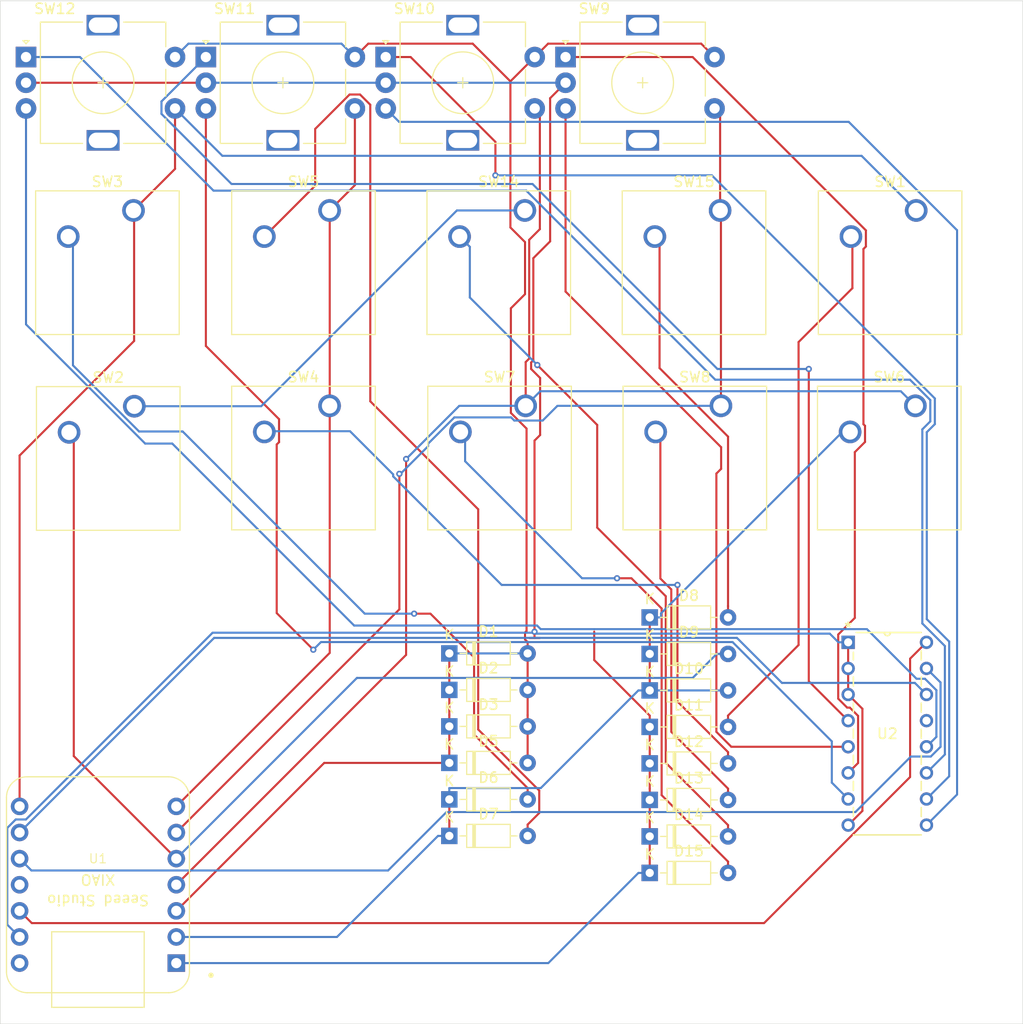
<source format=kicad_pcb>
(kicad_pcb (version 20240108) (generator "pcbnew") (generator_version "8.0")
  (layers (0 "F.Cu" signal) (31 "B.Cu" signal) (34 "B.Paste" user) (35 "F.Paste" user) (36 "B.SilkS" user "B.Silkscreen") (37 "F.SilkS" user "F.Silkscreen") (38 "B.Mask" user) (39 "F.Mask" user) (44 "Edge.Cuts" user))
  (net 0 "")
  (net 1 "Row3")
  (net 2 "row2")
  (net 3 "Net-(D6-A)")
  (net 4 "Net-(D7-A)")
  (net 6 "Net-(D8-A)")
  (net 7 "Row1")
  (net 8 "Net-(D11-A)")
  (net 9 "Net-(D12-A)")
  (net 10 "Net-(D13-A)")
  (net 11 "Net-(D14-A)")
  (net 12 "Net-(D15-A)")
  (net 13 "col5")
  (net 14 "col2")
  (net 15 "Col4")
  (net 16 "Col1")
  (net 17 "Col3")
  (net 18 "A2")
  (net 19 "B2")
  (net 20 "A4")
  (net 21 "GND")
  (net 22 "B4")
  (net 23 "B1")
  (net 24 "B")
  (net 25 "A")
  (net 26 "Net-(U1-3V3)")
  (net 27 "A1")
  (net 28 "Woaoaoaoao")
  (net 29 "Woahh")
  (net 31 "Net-(SW14-Pad1)")
  (footprint "Diode_THT:D_DO-35_SOD27_P7.62mm_Horizontal" (layer "F.Cu") (at 146.19 148.25)
    (property "Reference" "D13" (at 3.81 -2.12 0) (layer "F.SilkS"))
    (property "Value" "D")
    (fp_text user "K" (at 0 -1.8 0) (layer "F.SilkS"))
    (pad "1" thru_hole rect (at 0 0) (size 1.6 1.6) (drill 0.8) (layers "*.Cu" "*.Mask") (net 7 "Row1"))
    (pad "2" thru_hole oval (at 7.62 0) (size 1.6 1.6) (drill 0.8) (layers "*.Cu" "*.Mask") (net 10 "Net-(D13-A)"))
  )
  (footprint "Diode_THT:D_DO-35_SOD27_P7.62mm_Horizontal" (layer "F.Cu") (at 126.69 148.2)
    (property "Reference" "D6" (at 3.81 -2.12 0) (layer "F.SilkS"))
    (property "Value" "D")
    (fp_text user "K" (at 0 -1.8 0) (layer "F.SilkS"))
    (pad "1" thru_hole rect (at 0 0) (size 1.6 1.6) (drill 0.8) (layers "*.Cu" "*.Mask") (net 2 "row2"))
    (pad "2" thru_hole oval (at 7.62 0) (size 1.6 1.6) (drill 0.8) (layers "*.Cu" "*.Mask") (net 3 "Net-(D6-A)"))
  )
  (footprint "Diode_THT:D_DO-35_SOD27_P7.62mm_Horizontal" (layer "F.Cu") (at 146.19 151.8)
    (property "Reference" "D14" (at 3.81 -2.12 0) (layer "F.SilkS"))
    (property "Value" "D")
    (fp_text user "K" (at 0 -1.8 0) (layer "F.SilkS"))
    (pad "1" thru_hole rect (at 0 0) (size 1.6 1.6) (drill 0.8) (layers "*.Cu" "*.Mask") (net 7 "Row1"))
    (pad "2" thru_hole oval (at 7.62 0) (size 1.6 1.6) (drill 0.8) (layers "*.Cu" "*.Mask") (net 11 "Net-(D14-A)"))
  )
  (footprint "Button_Switch_Keyboard:SW_Cherry_MX_1.00u_PCB" (layer "F.Cu") (at 96.04 109.96)
    (property "Reference" "SW2" (at -2.54 -2.794 0) (layer "F.SilkS"))
    (property "Value" "SW_Push")
    (pad "" np_thru_hole circle (at -7.62 5.08) (size 1.7 1.7) (drill 1.7) (layers "*.Cu" "*.Mask"))
    (pad "" np_thru_hole circle (at -2.54 5.08) (size 4 4) (drill 4) (layers "*.Cu" "*.Mask"))
    (pad "" np_thru_hole circle (at 2.54 5.08) (size 1.7 1.7) (drill 1.7) (layers "*.Cu" "*.Mask"))
    (pad "1" thru_hole circle (at 0 0) (size 2.2 2.2) (drill 1.5) (layers "*.Cu" "*.Mask") (net 31 "Net-(SW14-Pad1)"))
    (pad "2" thru_hole circle (at -6.35 2.54) (size 2.2 2.2) (drill 1.5) (layers "*.Cu" "*.Mask") (net 14 "col2"))
  )
  (footprint "Diode_THT:D_DO-35_SOD27_P7.62mm_Horizontal" (layer "F.Cu") (at 126.69 137.55)
    (property "Reference" "D2" (at 3.81 -2.12 0) (layer "F.SilkS"))
    (property "Value" "D")
    (fp_text user "K" (at 0 -1.8 0) (layer "F.SilkS"))
    (pad "1" thru_hole rect (at 0 0) (size 1.6 1.6) (drill 0.8) (layers "*.Cu" "*.Mask") (net 1 "Row3"))
    (pad "2" thru_hole oval (at 7.62 0) (size 1.6 1.6) (drill 0.8) (layers "*.Cu" "*.Mask") (net 1 "Row3"))
  )
  (footprint "OPL_Kicad_Library-master:XIAO-Generic-Thruhole-14P-2.54-21X17.8MM" (layer "F.Cu") (at 92.5 156.5 180)
    (property "Reference" "U1" (at 0 2.54 0) (layer "F.SilkS") (effects (font (size 0.889 0.889) (thickness 0.1016))))
    (property "Value" "Seeed Studio XIAO SAMD21" (hide yes))
    (fp_text user "Seeed Studio" (at 0 -1.5 180) (layer "F.SilkS"))
    (fp_text user "XIAO" (at 0 0.5 180) (layer "F.SilkS"))
    (pad "1" thru_hole rect (at -7.625 -7.62 180) (size 1.7 1.7) (drill 1) (layers "*.Cu" "*.Mask") (net 7 "Row1"))
    (pad "2" thru_hole circle (at -7.625 -5.08 180) (size 1.7 1.7) (drill 1) (layers "*.Cu" "*.Mask") (net 2 "row2"))
    (pad "3" thru_hole circle (at -7.625 -2.54 180) (size 1.7 1.7) (drill 1) (layers "*.Cu" "*.Mask") (net 1 "Row3"))
    (pad "4" thru_hole circle (at -7.625 0 180) (size 1.7 1.7) (drill 1) (layers "*.Cu" "*.Mask") (net 16 "Col1"))
    (pad "5" thru_hole circle (at -7.625 2.54 180) (size 1.7 1.7) (drill 1) (layers "*.Cu" "*.Mask") (net 14 "col2"))
    (pad "6" thru_hole circle (at -7.625 5.08) (size 1.7 1.7) (drill 1) (layers "*.Cu" "*.Mask") (net 17 "Col3"))
    (pad "7" thru_hole circle (at -7.625 7.62 180) (size 1.7 1.7) (drill 1) (layers "*.Cu" "*.Mask") (net 15 "Col4"))
    (pad "8" thru_hole circle (at 7.625 7.62 180) (size 1.7 1.7) (drill 1) (layers "*.Cu" "*.Mask") (net 13 "col5"))
    (pad "9" thru_hole circle (at 7.625 5.08 180) (size 1.7 1.7) (drill 1) (layers "*.Cu" "*.Mask") (net 29 "Woahh"))
    (pad "10" thru_hole circle (at 7.625 2.54 180) (size 1.7 1.7) (drill 1) (layers "*.Cu" "*.Mask") (net 28 "Woaoaoaoao"))
    (pad "11" thru_hole circle (at 7.625 0 180) (size 1.7 1.7) (drill 1) (layers "*.Cu" "*.Mask"))
    (pad "12" thru_hole circle (at 7.625 -2.54 180) (size 1.7 1.7) (drill 1) (layers "*.Cu" "*.Mask") (net 26 "Net-(U1-3V3)"))
    (pad "13" thru_hole circle (at 7.625 -5.08 180) (size 1.7 1.7) (drill 1) (layers "*.Cu" "*.Mask") (net 21 "GND"))
    (pad "14" thru_hole circle (at 7.625 -7.62 180) (size 1.7 1.7) (drill 1) (layers "*.Cu" "*.Mask"))
  )
  (footprint "Button_Switch_Keyboard:SW_Cherry_MX_1.00u_PCB" (layer "F.Cu") (at 172.12 90.92)
    (property "Reference" "SW1" (at -2.54 -2.794 0) (layer "F.SilkS"))
    (property "Value" "SW_Push")
    (pad "" np_thru_hole circle (at -7.62 5.08) (size 1.7 1.7) (drill 1.7) (layers "*.Cu" "*.Mask"))
    (pad "" np_thru_hole circle (at -2.54 5.08) (size 4 4) (drill 4) (layers "*.Cu" "*.Mask"))
    (pad "" np_thru_hole circle (at 2.54 5.08) (size 1.7 1.7) (drill 1.7) (layers "*.Cu" "*.Mask"))
    (pad "1" thru_hole circle (at 0 0) (size 2.2 2.2) (drill 1.5) (layers "*.Cu" "*.Mask") (net 13 "col5"))
    (pad "2" thru_hole circle (at -6.35 2.54) (size 2.2 2.2) (drill 1.5) (layers "*.Cu" "*.Mask") (net 8 "Net-(D11-A)"))
  )
  (footprint "Diode_THT:D_DO-35_SOD27_P7.62mm_Horizontal" (layer "F.Cu") (at 146.19 141.15)
    (property "Reference" "D11" (at 3.81 -2.12 0) (layer "F.SilkS"))
    (property "Value" "D")
    (fp_text user "K" (at 0 -1.8 0) (layer "F.SilkS"))
    (pad "1" thru_hole rect (at 0 0) (size 1.6 1.6) (drill 0.8) (layers "*.Cu" "*.Mask") (net 7 "Row1"))
    (pad "2" thru_hole oval (at 7.62 0) (size 1.6 1.6) (drill 0.8) (layers "*.Cu" "*.Mask") (net 8 "Net-(D11-A)"))
  )
  (footprint "Button_Switch_Keyboard:SW_Cherry_MX_1.00u_PCB" (layer "F.Cu") (at 115.04 90.92)
    (property "Reference" "SW5" (at -2.54 -2.794 0) (layer "F.SilkS"))
    (property "Value" "SW_Push")
    (pad "" np_thru_hole circle (at -7.62 5.08) (size 1.7 1.7) (drill 1.7) (layers "*.Cu" "*.Mask"))
    (pad "" np_thru_hole circle (at -2.54 5.08) (size 4 4) (drill 4) (layers "*.Cu" "*.Mask"))
    (pad "" np_thru_hole circle (at 2.54 5.08) (size 1.7 1.7) (drill 1.7) (layers "*.Cu" "*.Mask"))
    (pad "1" thru_hole circle (at 0 0) (size 2.2 2.2) (drill 1.5) (layers "*.Cu" "*.Mask") (net 15 "Col4"))
    (pad "2" thru_hole circle (at -6.35 2.54) (size 2.2 2.2) (drill 1.5) (layers "*.Cu" "*.Mask") (net 4 "Net-(D7-A)"))
  )
  (footprint "Diode_THT:D_DO-35_SOD27_P7.62mm_Horizontal" (layer "F.Cu") (at 146.19 134.05)
    (property "Reference" "D9" (at 3.81 -2.12 0) (layer "F.SilkS"))
    (property "Value" "D")
    (fp_text user "K" (at 0 -1.8 0) (layer "F.SilkS"))
    (pad "1" thru_hole rect (at 0 0) (size 1.6 1.6) (drill 0.8) (layers "*.Cu" "*.Mask") (net 2 "row2"))
    (pad "2" thru_hole oval (at 7.62 0) (size 1.6 1.6) (drill 0.8) (layers "*.Cu" "*.Mask") (net 14 "col2"))
  )
  (footprint "Diode_THT:D_DO-35_SOD27_P7.62mm_Horizontal" (layer "F.Cu") (at 146.19 155.35)
    (property "Reference" "D15" (at 3.81 -2.12 0) (layer "F.SilkS"))
    (property "Value" "D")
    (fp_text user "K" (at 0 -1.8 0) (layer "F.SilkS"))
    (pad "1" thru_hole rect (at 0 0) (size 1.6 1.6) (drill 0.8) (layers "*.Cu" "*.Mask") (net 7 "Row1"))
    (pad "2" thru_hole oval (at 7.62 0) (size 1.6 1.6) (drill 0.8) (layers "*.Cu" "*.Mask") (net 12 "Net-(D15-A)"))
  )
  (footprint "Diode_THT:D_DO-35_SOD27_P7.62mm_Horizontal" (layer "F.Cu") (at 146.19 144.7)
    (property "Reference" "D12" (at 3.81 -2.12 0) (layer "F.SilkS"))
    (property "Value" "D")
    (fp_text user "K" (at 0 -1.8 0) (layer "F.SilkS"))
    (pad "1" thru_hole rect (at 0 0) (size 1.6 1.6) (drill 0.8) (layers "*.Cu" "*.Mask") (net 7 "Row1"))
    (pad "2" thru_hole oval (at 7.62 0) (size 1.6 1.6) (drill 0.8) (layers "*.Cu" "*.Mask") (net 9 "Net-(D12-A)"))
  )
  (footprint "Button_Switch_Keyboard:SW_Cherry_MX_1.00u_PCB" (layer "F.Cu") (at 153.04 90.92)
    (property "Reference" "SW15" (at -2.54 -2.794 0) (layer "F.SilkS"))
    (property "Value" "SW_Push")
    (pad "" np_thru_hole circle (at -7.62 5.08) (size 1.7 1.7) (drill 1.7) (layers "*.Cu" "*.Mask"))
    (pad "" np_thru_hole circle (at -2.54 5.08) (size 4 4) (drill 4) (layers "*.Cu" "*.Mask"))
    (pad "" np_thru_hole circle (at 2.54 5.08) (size 1.7 1.7) (drill 1.7) (layers "*.Cu" "*.Mask"))
    (pad "1" thru_hole circle (at 0 0) (size 2.2 2.2) (drill 1.5) (layers "*.Cu" "*.Mask") (net 17 "Col3"))
    (pad "2" thru_hole circle (at -6.35 2.54) (size 2.2 2.2) (drill 1.5) (layers "*.Cu" "*.Mask") (net 6 "Net-(D8-A)"))
  )
  (footprint "Button_Switch_Keyboard:SW_Cherry_MX_1.00u_PCB" (layer "F.Cu") (at 95.96 90.92)
    (property "Reference" "SW3" (at -2.54 -2.794 0) (layer "F.SilkS"))
    (property "Value" "SW_Push")
    (pad "" np_thru_hole circle (at -7.62 5.08) (size 1.7 1.7) (drill 1.7) (layers "*.Cu" "*.Mask"))
    (pad "" np_thru_hole circle (at -2.54 5.08) (size 4 4) (drill 4) (layers "*.Cu" "*.Mask"))
    (pad "" np_thru_hole circle (at 2.54 5.08) (size 1.7 1.7) (drill 1.7) (layers "*.Cu" "*.Mask"))
    (pad "1" thru_hole circle (at 0 0) (size 2.2 2.2) (drill 1.5) (layers "*.Cu" "*.Mask") (net 13 "col5"))
    (pad "2" thru_hole circle (at -6.35 2.54) (size 2.2 2.2) (drill 1.5) (layers "*.Cu" "*.Mask") (net 3 "Net-(D6-A)"))
  )
  (footprint "Diode_THT:D_DO-35_SOD27_P7.62mm_Horizontal" (layer "F.Cu") (at 126.69 134)
    (property "Reference" "D1" (at 3.81 -2.12 0) (layer "F.SilkS"))
    (property "Value" "D")
    (fp_text user "K" (at 0 -1.8 0) (layer "F.SilkS"))
    (pad "1" thru_hole rect (at 0 0) (size 1.6 1.6) (drill 0.8) (layers "*.Cu" "*.Mask") (net 1 "Row3"))
    (pad "2" thru_hole oval (at 7.62 0) (size 1.6 1.6) (drill 0.8) (layers "*.Cu" "*.Mask") (net 1 "Row3"))
  )
  (footprint "Diode_THT:D_DO-35_SOD27_P7.62mm_Horizontal" (layer "F.Cu") (at 126.69 141.1)
    (property "Reference" "D3" (at 3.81 -2.12 0) (layer "F.SilkS"))
    (property "Value" "D")
    (fp_text user "K" (at 0 -1.8 0) (layer "F.SilkS"))
    (pad "1" thru_hole rect (at 0 0) (size 1.6 1.6) (drill 0.8) (layers "*.Cu" "*.Mask") (net 1 "Row3"))
    (pad "2" thru_hole oval (at 7.62 0) (size 1.6 1.6) (drill 0.8) (layers "*.Cu" "*.Mask") (net 1 "Row3"))
  )
  (footprint "Button_Switch_Keyboard:SW_Cherry_MX_1.00u_PCB" (layer "F.Cu") (at 134.12 109.92)
    (property "Reference" "SW7" (at -2.54 -2.794 0) (layer "F.SilkS"))
    (property "Value" "SW_Push")
    (pad "" np_thru_hole circle (at -7.62 5.08) (size 1.7 1.7) (drill 1.7) (layers "*.Cu" "*.Mask"))
    (pad "" np_thru_hole circle (at -2.54 5.08) (size 4 4) (drill 4) (layers "*.Cu" "*.Mask"))
    (pad "" np_thru_hole circle (at 2.54 5.08) (size 1.7 1.7) (drill 1.7) (layers "*.Cu" "*.Mask"))
    (pad "1" thru_hole circle (at 0 0) (size 2.2 2.2) (drill 1.5) (layers "*.Cu" "*.Mask") (net 16 "Col1"))
    (pad "2" thru_hole circle (at -6.35 2.54) (size 2.2 2.2) (drill 1.5) (layers "*.Cu" "*.Mask") (net 12 "Net-(D15-A)"))
  )
  (footprint "Button_Switch_Keyboard:SW_Cherry_MX_1.00u_PCB" (layer "F.Cu") (at 134.04 90.92)
    (property "Reference" "SW14" (at -2.54 -2.794 0) (layer "F.SilkS"))
    (property "Value" "SW_Push")
    (pad "" np_thru_hole circle (at -7.62 5.08) (size 1.7 1.7) (drill 1.7) (layers "*.Cu" "*.Mask"))
    (pad "" np_thru_hole circle (at -2.54 5.08) (size 4 4) (drill 4) (layers "*.Cu" "*.Mask"))
    (pad "" np_thru_hole circle (at 2.54 5.08) (size 1.7 1.7) (drill 1.7) (layers "*.Cu" "*.Mask"))
    (pad "1" thru_hole circle (at 0 0) (size 2.2 2.2) (drill 1.5) (layers "*.Cu" "*.Mask") (net 31 "Net-(SW14-Pad1)"))
    (pad "2" thru_hole circle (at -6.35 2.54) (size 2.2 2.2) (drill 1.5) (layers "*.Cu" "*.Mask") (net 11 "Net-(D14-A)"))
  )
  (footprint "Button_Switch_Keyboard:SW_Cherry_MX_1.00u_PCB" (layer "F.Cu") (at 153.12 109.92)
    (property "Reference" "SW8" (at -2.54 -2.794 0) (layer "F.SilkS"))
    (property "Value" "SW_Push")
    (pad "" np_thru_hole circle (at -7.62 5.08) (size 1.7 1.7) (drill 1.7) (layers "*.Cu" "*.Mask"))
    (pad "" np_thru_hole circle (at -2.54 5.08) (size 4 4) (drill 4) (layers "*.Cu" "*.Mask"))
    (pad "" np_thru_hole circle (at 2.54 5.08) (size 1.7 1.7) (drill 1.7) (layers "*.Cu" "*.Mask"))
    (pad "1" thru_hole circle (at 0 0) (size 2.2 2.2) (drill 1.5) (layers "*.Cu" "*.Mask") (net 17 "Col3"))
    (pad "2" thru_hole circle (at -6.35 2.54) (size 2.2 2.2) (drill 1.5) (layers "*.Cu" "*.Mask") (net 10 "Net-(D13-A)"))
  )
  (footprint "Diode_THT:D_DO-35_SOD27_P7.62mm_Horizontal" (layer "F.Cu") (at 146.19 137.6)
    (property "Reference" "D10" (at 3.81 -2.12 0) (layer "F.SilkS"))
    (property "Value" "D")
    (fp_text user "K" (at 0 -1.8 0) (layer "F.SilkS"))
    (pad "1" thru_hole rect (at 0 0) (size 1.6 1.6) (drill 0.8) (layers "*.Cu" "*.Mask") (net 2 "row2"))
    (pad "2" thru_hole oval (at 7.62 0) (size 1.6 1.6) (drill 0.8) (layers "*.Cu" "*.Mask") (net 2 "row2"))
  )
  (footprint "Button_Switch_Keyboard:SW_Cherry_MX_1.00u_PCB" (layer "F.Cu") (at 115.04 109.92)
    (property "Reference" "SW4" (at -2.54 -2.794 0) (layer "F.SilkS"))
    (property "Value" "SW_Push")
    (pad "" np_thru_hole circle (at -7.62 5.08) (size 1.7 1.7) (drill 1.7) (layers "*.Cu" "*.Mask"))
    (pad "" np_thru_hole circle (at -2.54 5.08) (size 4 4) (drill 4) (layers "*.Cu" "*.Mask"))
    (pad "" np_thru_hole circle (at 2.54 5.08) (size 1.7 1.7) (drill 1.7) (layers "*.Cu" "*.Mask"))
    (pad "1" thru_hole circle (at 0 0) (size 2.2 2.2) (drill 1.5) (layers "*.Cu" "*.Mask") (net 15 "Col4"))
    (pad "2" thru_hole circle (at -6.35 2.54) (size 2.2 2.2) (drill 1.5) (layers "*.Cu" "*.Mask") (net 9 "Net-(D12-A)"))
  )
  (footprint "Diode_THT:D_DO-35_SOD27_P7.62mm_Horizontal" (layer "F.Cu") (at 126.69 144.65)
    (property "Reference" "D5" (at 3.81 -2.12 0) (layer "F.SilkS"))
    (property "Value" "D")
    (fp_text user "K" (at 0 -1.8 0) (layer "F.SilkS"))
    (pad "1" thru_hole rect (at 0 0) (size 1.6 1.6) (drill 0.8) (layers "*.Cu" "*.Mask") (net 1 "Row3"))
    (pad "2" thru_hole oval (at 7.62 0) (size 1.6 1.6) (drill 0.8) (layers "*.Cu" "*.Mask") (net 1 "Row3"))
  )
  (footprint "Diode_THT:D_DO-35_SOD27_P7.62mm_Horizontal" (layer "F.Cu") (at 146.19 130.5)
    (property "Reference" "D8" (at 3.81 -2.12 0) (layer "F.SilkS"))
    (property "Value" "D")
    (fp_text user "K" (at 0 -1.8 0) (layer "F.SilkS"))
    (pad "1" thru_hole rect (at 0 0) (size 1.6 1.6) (drill 0.8) (layers "*.Cu" "*.Mask") (net 2 "row2"))
    (pad "2" thru_hole oval (at 7.62 0) (size 1.6 1.6) (drill 0.8) (layers "*.Cu" "*.Mask") (net 6 "Net-(D8-A)"))
  )
  (footprint "Rotary_Encoder:RotaryEncoder_Alps_EC11E-Switch_Vertical_H20mm" (layer "F.Cu") (at 85.5 76)
    (property "Reference" "SW12" (at 2.8 -4.7 0) (layer "F.SilkS"))
    (property "Value" "RotaryEncoder_Switch")
    (pad "A" thru_hole rect (at 0 0) (size 2 2) (drill 1) (layers "*.Cu" "*.Mask") (net 25 "A"))
    (pad "B" thru_hole circle (at 0 5) (size 2 2) (drill 1) (layers "*.Cu" "*.Mask") (net 24 "B"))
    (pad "C" thru_hole circle (at 0 2.5) (size 2 2) (drill 1) (layers "*.Cu" "*.Mask") (net 21 "GND"))
    (pad "MP" thru_hole rect (at 7.5 -3.1) (size 3.2 2) (drill oval 2.8 1.5) (layers "*.Cu" "*.Mask"))
    (pad "MP" thru_hole rect (at 7.5 8.1) (size 3.2 2) (drill oval 2.8 1.5) (layers "*.Cu" "*.Mask"))
    (pad "S1" thru_hole circle (at 14.5 5) (size 2 2) (drill 1) (layers "*.Cu" "*.Mask") (net 13 "col5"))
    (pad "S2" thru_hole circle (at 14.5 0) (size 2 2) (drill 1) (layers "*.Cu" "*.Mask") (net 1 "Row3"))
  )
  (footprint "Button_Switch_Keyboard:SW_Cherry_MX_1.00u_PCB" (layer "F.Cu") (at 172.04 109.92)
    (property "Reference" "SW6" (at -2.54 -2.794 0) (layer "F.SilkS"))
    (property "Value" "SW_Push")
    (pad "" np_thru_hole circle (at -7.62 5.08) (size 1.7 1.7) (drill 1.7) (layers "*.Cu" "*.Mask"))
    (pad "" np_thru_hole circle (at -2.54 5.08) (size 4 4) (drill 4) (layers "*.Cu" "*.Mask"))
    (pad "" np_thru_hole circle (at 2.54 5.08) (size 1.7 1.7) (drill 1.7) (layers "*.Cu" "*.Mask"))
    (pad "1" thru_hole circle (at 0 0) (size 2.2 2.2) (drill 1.5) (layers "*.Cu" "*.Mask") (net 16 "Col1"))
    (pad "2" thru_hole circle (at -6.35 2.54) (size 2.2 2.2) (drill 1.5) (layers "*.Cu" "*.Mask") (net 2 "row2"))
  )
  (footprint "Rotary_Encoder:RotaryEncoder_Alps_EC11E-Switch_Vertical_H20mm" (layer "F.Cu") (at 138 76)
    (property "Reference" "SW9" (at 2.8 -4.7 0) (layer "F.SilkS"))
    (property "Value" "RotaryEncoder_Switch")
    (pad "A" thru_hole rect (at 0 0) (size 2 2) (drill 1) (layers "*.Cu" "*.Mask") (net 19 "B2"))
    (pad "B" thru_hole circle (at 0 5) (size 2 2) (drill 1) (layers "*.Cu" "*.Mask") (net 18 "A2"))
    (pad "C" thru_hole circle (at 0 2.5) (size 2 2) (drill 1) (layers "*.Cu" "*.Mask") (net 21 "GND"))
    (pad "MP" thru_hole rect (at 7.5 -3.1) (size 3.2 2) (drill oval 2.8 1.5) (layers "*.Cu" "*.Mask"))
    (pad "MP" thru_hole rect (at 7.5 8.1) (size 3.2 2) (drill oval 2.8 1.5) (layers "*.Cu" "*.Mask"))
    (pad "S1" thru_hole circle (at 14.5 5) (size 2 2) (drill 1) (layers "*.Cu" "*.Mask") (net 17 "Col3"))
    (pad "S2" thru_hole circle (at 14.5 0) (size 2 2) (drill 1) (layers "*.Cu" "*.Mask") (net 1 "Row3"))
  )
  (footprint "Rotary_Encoder:RotaryEncoder_Alps_EC11E-Switch_Vertical_H20mm" (layer "F.Cu") (at 103 76)
    (property "Reference" "SW11" (at 2.8 -4.7 0) (layer "F.SilkS"))
    (property "Value" "RotaryEncoder_Switch")
    (pad "A" thru_hole rect (at 0 0) (size 2 2) (drill 1) (layers "*.Cu" "*.Mask") (net 23 "B1"))
    (pad "B" thru_hole circle (at 0 5) (size 2 2) (drill 1) (layers "*.Cu" "*.Mask") (net 27 "A1"))
    (pad "C" thru_hole circle (at 0 2.5) (size 2 2) (drill 1) (layers "*.Cu" "*.Mask") (net 21 "GND"))
    (pad "MP" thru_hole rect (at 7.5 -3.1) (size 3.2 2) (drill oval 2.8 1.5) (layers "*.Cu" "*.Mask"))
    (pad "MP" thru_hole rect (at 7.5 8.1) (size 3.2 2) (drill oval 2.8 1.5) (layers "*.Cu" "*.Mask"))
    (pad "S1" thru_hole circle (at 14.5 5) (size 2 2) (drill 1) (layers "*.Cu" "*.Mask") (net 15 "Col4"))
    (pad "S2" thru_hole circle (at 14.5 0) (size 2 2) (drill 1) (layers "*.Cu" "*.Mask") (net 1 "Row3"))
  )
  (footprint "OPL_Kicad_Library-master:N16" (layer "F.Cu") (at 173.12 150.7)
    (property "Reference" "U2" (at -3.81 -8.89 0) (layer "F.SilkS"))
    (property "Value" "PCF8574AN")
    (fp_text user "*" (at -7.62 -19.1897 0) (layer "F.SilkS"))
    (fp_text user "*" (at -7.62 -19.1897 0) (layer "F.SilkS"))
    (pad "1" thru_hole rect (at -7.62 -17.78) (size 1.2954 1.2954) (drill 0.7874) (layers "*.Cu" "*.Mask") (net 21 "GND"))
    (pad "2" thru_hole circle (at -7.62 -15.24) (size 1.2954 1.2954) (drill 0.7874) (layers "*.Cu" "*.Mask") (net 21 "GND"))
    (pad "3" thru_hole circle (at -7.62 -12.7) (size 1.2954 1.2954) (drill 0.7874) (layers "*.Cu" "*.Mask") (net 21 "GND"))
    (pad "4" thru_hole circle (at -7.62 -10.16) (size 1.2954 1.2954) (drill 0.7874) (layers "*.Cu" "*.Mask") (net 23 "B1"))
    (pad "5" thru_hole circle (at -7.62 -7.62) (size 1.2954 1.2954) (drill 0.7874) (layers "*.Cu" "*.Mask") (net 18 "A2"))
    (pad "6" thru_hole circle (at -7.62 -5.08) (size 1.2954 1.2954) (drill 0.7874) (layers "*.Cu" "*.Mask") (net 19 "B2"))
    (pad "7" thru_hole circle (at -7.62 -2.54) (size 1.2954 1.2954) (drill 0.7874) (layers "*.Cu" "*.Mask") (net 27 "A1"))
    (pad "8" thru_hole circle (at -7.62 0) (size 1.2954 1.2954) (drill 0.7874) (layers "*.Cu" "*.Mask") (net 21 "GND"))
    (pad "9" thru_hole circle (at 0 0) (size 1.2954 1.2954) (drill 0.7874) (layers "*.Cu" "*.Mask") (net 20 "A4"))
    (pad "10" thru_hole circle (at 0 -2.54) (size 1.2954 1.2954) (drill 0.7874) (layers "*.Cu" "*.Mask") (net 22 "B4"))
    (pad "11" thru_hole circle (at 0 -5.08) (size 1.2954 1.2954) (drill 0.7874) (layers "*.Cu" "*.Mask") (net 25 "A"))
    (pad "12" thru_hole circle (at 0 -7.62) (size 1.2954 1.2954) (drill 0.7874) (layers "*.Cu" "*.Mask") (net 24 "B"))
    (pad "13" thru_hole circle (at 0 -10.16) (size 1.2954 1.2954) (drill 0.7874) (layers "*.Cu" "*.Mask"))
    (pad "14" thru_hole circle (at 0 -12.7) (size 1.2954 1.2954) (drill 0.7874) (layers "*.Cu" "*.Mask") (net 29 "Woahh"))
    (pad "15" thru_hole circle (at 0 -15.24) (size 1.2954 1.2954) (drill 0.7874) (layers "*.Cu" "*.Mask") (net 28 "Woaoaoaoao"))
    (pad "16" thru_hole circle (at 0 -17.78) (size 1.2954 1.2954) (drill 0.7874) (layers "*.Cu" "*.Mask") (net 26 "Net-(U1-3V3)"))
  )
  (footprint "Diode_THT:D_DO-35_SOD27_P7.62mm_Horizontal" (layer "F.Cu") (at 126.69 151.75)
    (property "Reference" "D7" (at 3.81 -2.12 0) (layer "F.SilkS"))
    (property "Value" "D")
    (fp_text user "K" (at 0 -1.8 0) (layer "F.SilkS"))
    (pad "1" thru_hole rect (at 0 0) (size 1.6 1.6) (drill 0.8) (layers "*.Cu" "*.Mask") (net 2 "row2"))
    (pad "2" thru_hole oval (at 7.62 0) (size 1.6 1.6) (drill 0.8) (layers "*.Cu" "*.Mask") (net 4 "Net-(D7-A)"))
  )
  (footprint "Rotary_Encoder:RotaryEncoder_Alps_EC11E-Switch_Vertical_H20mm" (layer "F.Cu") (at 120.5 76)
    (property "Reference" "SW10" (at 2.8 -4.7 0) (layer "F.SilkS"))
    (property "Value" "RotaryEncoder_Switch")
    (pad "A" thru_hole rect (at 0 0) (size 2 2) (drill 1) (layers "*.Cu" "*.Mask") (net 22 "B4"))
    (pad "B" thru_hole circle (at 0 5) (size 2 2) (drill 1) (layers "*.Cu" "*.Mask") (net 20 "A4"))
    (pad "C" thru_hole circle (at 0 2.5) (size 2 2) (drill 1) (layers "*.Cu" "*.Mask") (net 21 "GND"))
    (pad "MP" thru_hole rect (at 7.5 -3.1) (size 3.2 2) (drill oval 2.8 1.5) (layers "*.Cu" "*.Mask"))
    (pad "MP" thru_hole rect (at 7.5 8.1) (size 3.2 2) (drill oval 2.8 1.5) (layers "*.Cu" "*.Mask"))
    (pad "S1" thru_hole circle (at 14.5 5) (size 2 2) (drill 1) (layers "*.Cu" "*.Mask") (net 16 "Col1"))
    (pad "S2" thru_hole circle (at 14.5 0) (size 2 2) (drill 1) (layers "*.Cu" "*.Mask") (net 1 "Row3"))
  )
  (gr_rect (start 82.994 70.53253) (end 182.494 170.03253) (stroke (width 0.05)) (fill none) (layer "Edge.Cuts"))
  (segment (start 114.515 144.65) (end 100.125 159.04) (width 0.2) (layer "F.Cu") (net 1))
  (segment (start 134.0565 131.9651) (end 134.2057 131.8159) (width 0.2) (layer "F.Cu") (net 1))
  (segment (start 126.69 137.55) (end 126.69 139.9983) (width 0.2) (layer "F.Cu") (net 1))
  (segment (start 132.6336 78.3664) (end 135 76) (width 0.2) (layer "F.Cu") (net 1))
  (segment (start 128.9655 74.6983) (end 118.8017 74.6983) (width 0.2) (layer "F.Cu") (net 1))
  (segment (start 134.31 141.1) (end 134.31 144.65) (width 0.2) (layer "F.Cu") (net 1))
  (segment (start 134.31 140.5491) (end 134.31 141.1) (width 0.2) (layer "F.Cu") (net 1))
  (segment (start 126.69 141.1) (end 126.69 144.65) (width 0.2) (layer "F.Cu") (net 1))
  (segment (start 134.31 140.5491) (end 134.31 139.9983) (width 0.2) (layer "F.Cu") (net 1))
  (segment (start 134.31 132.8983) (end 134.0565 132.6448) (width 0.2) (layer "F.Cu") (net 1))
  (segment (start 126.69 134) (end 126.69 137.55) (width 0.2) (layer "F.Cu") (net 1))
  (segment (start 118.8017 74.6983) (end 117.5 76) (width 0.2) (layer "F.Cu") (net 1))
  (segment (start 152.5 76) (end 151.1983 74.6983) (width 0.2) (layer "F.Cu") (net 1))
  (segment (start 126.69 141.1) (end 126.69 139.9983) (width 0.2) (layer "F.Cu") (net 1))
  (segment (start 136.3017 74.6983) (end 135 76) (width 0.2) (layer "F.Cu") (net 1))
  (segment (start 132.6788 100.436) (end 134.0565 99.0583) (width 0.2) (layer "F.Cu") (net 1))
  (segment (start 126.69 144.65) (end 114.515 144.65) (width 0.2) (layer "F.Cu") (net 1))
  (segment (start 134.2057 112.135) (end 132.6788 110.6081) (width 0.2) (layer "F.Cu") (net 1))
  (segment (start 134.31 134) (end 134.31 132.8983) (width 0.2) (layer "F.Cu") (net 1))
  (segment (start 134.0565 93.996) (end 132.6336 92.5731) (width 0.2) (layer "F.Cu") (net 1))
  (segment (start 132.6336 78.3664) (end 128.9655 74.6983) (width 0.2) (layer "F.Cu") (net 1))
  (segment (start 134.31 137.55) (end 134.31 139.9983) (width 0.2) (layer "F.Cu") (net 1))
  (segment (start 134.2057 131.8159) (end 134.2057 112.135) (width 0.2) (layer "F.Cu") (net 1))
  (segment (start 132.6788 110.6081) (end 132.6788 100.436) (width 0.2) (layer "F.Cu") (net 1))
  (segment (start 151.1983 74.6983) (end 136.3017 74.6983) (width 0.2) (layer "F.Cu") (net 1))
  (segment (start 132.6336 92.5731) (end 132.6336 78.3664) (width 0.2) (layer "F.Cu") (net 1))
  (segment (start 134.0565 99.0583) (end 134.0565 93.996) (width 0.2) (layer "F.Cu") (net 1))
  (segment (start 134.31 137.55) (end 134.31 134) (width 0.2) (layer "F.Cu") (net 1))
  (segment (start 134.0565 132.6448) (end 134.0565 131.9651) (width 0.2) (layer "F.Cu") (net 1))
  (segment (start 117.5 76) (end 116.1983 74.6983) (width 0.2) (layer "B.Cu") (net 1))
  (segment (start 134.31 134) (end 126.69 134) (width 0.2) (layer "B.Cu") (net 1))
  (segment (start 101.3017 74.6983) (end 100 76) (width 0.2) (layer "B.Cu") (net 1))
  (segment (start 116.1983 74.6983) (end 101.3017 74.6983) (width 0.2) (layer "B.Cu") (net 1))
  (segment (start 126.69 148.2) (end 126.69 151.75) (width 0.2) (layer "F.Cu") (net 2))
  (segment (start 146.19 134.05) (end 146.19 137.6) (width 0.2) (layer "F.Cu") (net 2))
  (segment (start 146.19 130.5) (end 146.19 134.05) (width 0.2) (layer "F.Cu") (net 2))
  (segment (start 145.6392 137.6) (end 146.19 137.6) (width 0.2) (layer "B.Cu") (net 2))
  (segment (start 146.19 130.5) (end 147.2917 130.5) (width 0.2) (layer "B.Cu") (net 2))
  (segment (start 145.6392 137.6) (end 145.0883 137.6) (width 0.2) (layer "B.Cu") (net 2))
  (segment (start 135.59 147.0983) (end 145.0883 137.6) (width 0.2) (layer "B.Cu") (net 2))
  (segment (start 146.19 137.6) (end 153.81 137.6) (width 0.2) (layer "B.Cu") (net 2))
  (segment (start 147.2917 130.1044) (end 164.9361 112.46) (width 0.2) (layer "B.Cu") (net 2))
  (segment (start 115.7583 161.58) (end 100.125 161.58) (width 0.2) (layer "B.Cu") (net 2))
  (segment (start 125.5883 151.75) (end 115.7583 161.58) (width 0.2) (layer "B.Cu") (net 2))
  (segment (start 126.69 151.75) (end 125.5883 151.75) (width 0.2) (layer "B.Cu") (net 2))
  (segment (start 126.69 147.0983) (end 135.59 147.0983) (width 0.2) (layer "B.Cu") (net 2))
  (segment (start 147.2917 130.5) (end 147.2917 130.1044) (width 0.2) (layer "B.Cu") (net 2))
  (segment (start 126.69 148.2) (end 126.69 147.0983) (width 0.2) (layer "B.Cu") (net 2))
  (segment (start 164.9361 112.46) (end 165.69 112.46) (width 0.2) (layer "B.Cu") (net 2))
  (segment (start 134.31 147.0983) (end 129.0992 141.8875) (width 0.2) (layer "F.Cu") (net 3))
  (segment (start 134.31 148.2) (end 134.31 147.0983) (width 0.2) (layer "F.Cu") (net 3))
  (segment (start 129.0992 141.8875) (end 129.0992 134.3825) (width 0.2) (layer "F.Cu") (net 3))
  (segment (start 124.8507 130.134) (end 123.2669 130.134) (width 0.2) (layer "F.Cu") (net 3))
  (segment (start 129.0992 134.3825) (end 124.8507 130.134) (width 0.2) (layer "F.Cu") (net 3))
  (via (at 123.2669 130.134) (size 0.6) (drill 0.3) (layers "F.Cu" "B.Cu") (net 3))
  (segment (start 118.4583 130.134) (end 100.7416 112.4173) (width 0.2) (layer "B.Cu") (net 3))
  (segment (start 100.7416 112.4173) (end 96.5028 112.4173) (width 0.2) (layer "B.Cu") (net 3))
  (segment (start 90.0669 93.9169) (end 89.61 93.46) (width 0.2) (layer "B.Cu") (net 3))
  (segment (start 123.2669 130.134) (end 118.4583 130.134) (width 0.2) (layer "B.Cu") (net 3))
  (segment (start 96.5028 112.4173) (end 90.0669 105.9814) (width 0.2) (layer "B.Cu") (net 3))
  (segment (start 90.0669 105.9814) (end 90.0669 93.9169) (width 0.2) (layer "B.Cu") (net 3))
  (segment (start 135.4389 149.5194) (end 135.4389 147.337) (width 0.2) (layer "F.Cu") (net 4))
  (segment (start 119 109.4823) (end 119 80.6398) (width 0.2) (layer "F.Cu") (net 4))
  (segment (start 134.31 151.75) (end 134.31 150.6483) (width 0.2) (layer "F.Cu") (net 4))
  (segment (start 134.31 150.6483) (end 135.4389 149.5194) (width 0.2) (layer "F.Cu") (net 4))
  (segment (start 118.0051 79.6449) (end 116.9833 79.6449) (width 0.2) (layer "F.Cu") (net 4))
  (segment (start 113.6398 88.5102) (end 108.69 93.46) (width 0.2) (layer "F.Cu") (net 4))
  (segment (start 113.6398 82.9884) (end 113.6398 88.5102) (width 0.2) (layer "F.Cu") (net 4))
  (segment (start 129.5009 119.9832) (end 119 109.4823) (width 0.2) (layer "F.Cu") (net 4))
  (segment (start 135.4389 147.337) (end 129.5009 141.399) (width 0.2) (layer "F.Cu") (net 4))
  (segment (start 116.9833 79.6449) (end 113.6398 82.9884) (width 0.2) (layer "F.Cu") (net 4))
  (segment (start 119 80.6398) (end 118.0051 79.6449) (width 0.2) (layer "F.Cu") (net 4))
  (segment (start 129.5009 141.399) (end 129.5009 119.9832) (width 0.2) (layer "F.Cu") (net 4))
  (segment (start 153.81 130.5) (end 153.81 129.3983) (width 0.2) (layer "F.Cu") (net 6))
  (segment (start 147.1469 93.9169) (end 146.69 93.46) (width 0.2) (layer "F.Cu") (net 6))
  (segment (start 147.1469 106.2521) (end 147.1469 93.9169) (width 0.2) (layer "F.Cu") (net 6))
  (segment (start 153.81 112.9152) (end 147.1469 106.2521) (width 0.2) (layer "F.Cu") (net 6))
  (segment (start 153.81 129.3983) (end 153.81 112.9152) (width 0.2) (layer "F.Cu") (net 6))
  (segment (start 146.19 148.25) (end 146.19 151.8) (width 0.2) (layer "F.Cu") (net 7))
  (segment (start 140.79 133.113) (end 140.79 131.88) (width 0.2) (layer "F.Cu") (net 7))
  (segment (start 140.79 133.113) (end 140.79 134.6483) (width 0.2) (layer "F.Cu") (net 7))
  (segment (start 146.19 141.15) (end 146.19 140.0483) (width 0.2) (layer "F.Cu") (net 7))
  (segment (start 146.19 151.8) (end 146.19 155.35) (width 0.2) (layer "F.Cu") (net 7))
  (segment (start 146.19 144.7) (end 146.19 147.1483) (width 0.2) (layer "F.Cu") (net 7))
  (segment (start 140.79 134.6483) (end 146.19 140.0483) (width 0.2) (layer "F.Cu") (net 7))
  (segment (start 146.19 141.15) (end 146.19 144.7) (width 0.2) (layer "F.Cu") (net 7))
  (segment (start 146.19 148.25) (end 146.19 147.1483) (width 0.2) (layer "F.Cu") (net 7))
  (segment (start 145.0883 155.35) (end 136.3183 164.12) (width 0.2) (layer "B.Cu") (net 7))
  (segment (start 136.3183 164.12) (end 100.125 164.12) (width 0.2) (layer "B.Cu") (net 7))
  (segment (start 146.19 155.35) (end 145.0883 155.35) (width 0.2) (layer "B.Cu") (net 7))
  (segment (start 153.81 140.0483) (end 160.6727 133.1856) (width 0.2) (layer "F.Cu") (net 8))
  (segment (start 165.9112 98.4816) (end 165.9112 93.6012) (width 0.2) (layer "F.Cu") (net 8))
  (segment (start 160.6727 133.1856) (end 160.6727 103.7201) (width 0.2) (layer "F.Cu") (net 8))
  (segment (start 160.6727 103.7201) (end 165.9112 98.4816) (width 0.2) (layer "F.Cu") (net 8))
  (segment (start 153.81 141.15) (end 153.81 140.0483) (width 0.2) (layer "F.Cu") (net 8))
  (segment (start 165.9112 93.6012) (end 165.77 93.46) (width 0.2) (layer "F.Cu") (net 8))
  (segment (start 148.89 138.6783) (end 148.89 127.3405) (width 0.2) (layer "F.Cu") (net 9))
  (segment (start 153.81 144.7) (end 153.81 143.5983) (width 0.2) (layer "F.Cu") (net 9))
  (segment (start 153.81 143.5983) (end 148.89 138.6783) (width 0.2) (layer "F.Cu") (net 9))
  (via (at 148.89 127.3405) (size 0.6) (drill 0.3) (layers "F.Cu" "B.Cu") (net 9))
  (segment (start 108.7569 112.3931) (end 117.0312 112.3931) (width 0.2) (layer "B.Cu") (net 9))
  (segment (start 117.0312 112.3931) (end 121.2284 116.5903) (width 0.2) (layer "B.Cu") (net 9))
  (segment (start 108.69 112.46) (end 108.7569 112.3931) (width 0.2) (layer "B.Cu") (net 9))
  (segment (start 121.2284 116.784) (end 131.7849 127.3405) (width 0.2) (layer "B.Cu") (net 9))
  (segment (start 121.2284 116.5903) (end 121.2284 116.784) (width 0.2) (layer "B.Cu") (net 9))
  (segment (start 131.7849 127.3405) (end 148.89 127.3405) (width 0.2) (layer "B.Cu") (net 9))
  (segment (start 148.29 141.6283) (end 148.29 127.7788) (width 0.2) (layer "F.Cu") (net 10))
  (segment (start 153.81 147.1483) (end 148.29 141.6283) (width 0.2) (layer "F.Cu") (net 10))
  (segment (start 153.81 148.25) (end 153.81 147.1483) (width 0.2) (layer "F.Cu") (net 10))
  (segment (start 147.2269 126.7157) (end 147.2269 112.9169) (width 0.2) (layer "F.Cu") (net 10))
  (segment (start 148.29 127.7788) (end 147.2269 126.7157) (width 0.2) (layer "F.Cu") (net 10))
  (segment (start 147.2269 112.9169) (end 146.77 112.46) (width 0.2) (layer "F.Cu") (net 10))
  (segment (start 141.0801 121.7659) (end 141.0801 111.782) (width 0.2) (layer "F.Cu") (net 11))
  (segment (start 147.7498 128.4356) (end 141.0801 121.7659) (width 0.2) (layer "F.Cu") (net 11))
  (segment (start 141.0801 111.782) (end 135.2528 105.9547) (width 0.2) (layer "F.Cu") (net 11))
  (segment (start 153.81 151.8) (end 153.81 150.6983) (width 0.2) (layer "F.Cu") (net 11))
  (segment (start 153.81 150.6983) (end 147.7498 144.6381) (width 0.2) (layer "F.Cu") (net 11))
  (segment (start 147.7498 144.6381) (end 147.7498 128.4356) (width 0.2) (layer "F.Cu") (net 11))
  (via (at 135.2528 105.9547) (size 0.6) (drill 0.3) (layers "F.Cu" "B.Cu") (net 11))
  (segment (start 127.69 93.46) (end 128.685 94.455) (width 0.2) (layer "B.Cu") (net 11))
  (segment (start 128.685 99.3869) (end 135.2528 105.9547) (width 0.2) (layer "B.Cu") (net 11))
  (segment (start 128.685 94.455) (end 128.685 99.3869) (width 0.2) (layer "B.Cu") (net 11))
  (segment (start 153.81 154.2483) (end 147.3481 147.7864) (width 0.2) (layer "F.Cu") (net 12))
  (segment (start 147.3481 129.6314) (end 144.4104 126.6937) (width 0.2) (layer "F.Cu") (net 12))
  (segment (start 147.3481 147.7864) (end 147.3481 129.6314) (width 0.2) (layer "F.Cu") (net 12))
  (segment (start 153.81 155.35) (end 153.81 154.2483) (width 0.2) (layer "F.Cu") (net 12))
  (segment (start 144.4104 126.6937) (end 143.0082 126.6937) (width 0.2) (layer "F.Cu") (net 12))
  (via (at 143.0082 126.6937) (size 0.6) (drill 0.3) (layers "F.Cu" "B.Cu") (net 12))
  (segment (start 143.0082 126.6937) (end 139.6115 126.6937) (width 0.2) (layer "B.Cu") (net 12))
  (segment (start 139.6115 126.6937) (end 128.2269 115.3091) (width 0.2) (layer "B.Cu") (net 12))
  (segment (start 128.2269 112.9169) (end 127.77 112.46) (width 0.2) (layer "B.Cu") (net 12))
  (segment (start 128.2269 115.3091) (end 128.2269 112.9169) (width 0.2) (layer "B.Cu") (net 12))
  (segment (start 96.0187 103.6117) (end 84.875 114.7554) (width 0.2) (layer "F.Cu") (net 13))
  (segment (start 84.875 114.7554) (end 84.875 148.88) (width 0.2) (layer "F.Cu") (net 13))
  (segment (start 96.0187 90.9787) (end 96.0187 103.6117) (width 0.2) (layer "F.Cu") (net 13))
  (segment (start 100 81) (end 100 86.88) (width 0.2) (layer "F.Cu") (net 13))
  (segment (start 95.96 90.92) (end 96.0187 90.9787) (width 0.2) (layer "F.Cu") (net 13))
  (segment (start 100 86.88) (end 95.96 90.92) (width 0.2) (layer "F.Cu") (net 13))
  (segment (start 100 81) (end 104.6053 85.6053) (width 0.2) (layer "B.Cu") (net 13))
  (segment (start 104.6053 85.6053) (end 166.8053 85.6053) (width 0.2) (layer "B.Cu") (net 13))
  (segment (start 166.8053 85.6053) (end 172.12 90.92) (width 0.2) (layer "B.Cu") (net 13))
  (segment (start 90.1469 112.9569) (end 89.69 112.5) (width 0.2) (layer "F.Cu") (net 14))
  (segment (start 100.125 153.96) (end 90.1469 143.9819) (width 0.2) (layer "F.Cu") (net 14))
  (segment (start 90.1469 143.9819) (end 90.1469 112.9569) (width 0.2) (layer "F.Cu") (net 14))
  (segment (start 150.3728 136.3855) (end 152.7083 134.05) (width 0.2) (layer "B.Cu") (net 14))
  (segment (start 153.81 134.05) (end 152.7083 134.05) (width 0.2) (layer "B.Cu") (net 14))
  (segment (start 117.6995 136.3855) (end 150.3728 136.3855) (width 0.2) (layer "B.Cu") (net 14))
  (segment (start 100.125 153.96) (end 117.6995 136.3855) (width 0.2) (layer "B.Cu") (net 14))
  (segment (start 115.0518 109.92) (end 115.0518 133.9532) (width 0.2) (layer "F.Cu") (net 15))
  (segment (start 115.0518 90.9318) (end 115.04 90.92) (width 0.2) (layer "F.Cu") (net 15))
  (segment (start 115.0518 133.9532) (end 100.125 148.88) (width 0.2) (layer "F.Cu") (net 15))
  (segment (start 115.0518 109.92) (end 115.0518 90.9318) (width 0.2) (layer "F.Cu") (net 15))
  (segment (start 117.5 88.46) (end 115.04 90.92) (width 0.2) (layer "F.Cu") (net 15))
  (segment (start 115.04 109.92) (end 115.0518 109.92) (width 0.2) (layer "F.Cu") (net 15))
  (segment (start 117.5 81) (end 117.5 88.46) (width 0.2) (layer "F.Cu") (net 15))
  (segment (start 134.12 105.6687) (end 134.12 109.92) (width 0.2) (layer "F.Cu") (net 16))
  (segment (start 122.4862 134.1388) (end 122.4862 115.094) (width 0.2) (layer "F.Cu") (net 16))
  (segment (start 100.125 156.5) (end 122.4862 134.1388) (width 0.2) (layer "F.Cu") (net 16))
  (segment (start 134.4629 105.3258) (end 134.12 105.6687) (width 0.2) (layer "F.Cu") (net 16))
  (segment (start 135.4991 81.4991) (end 135.4991 92.7385) (width 0.2) (layer "F.Cu") (net 16))
  (segment (start 134.4629 93.7747) (end 134.4629 105.3258) (width 0.2) (layer "F.Cu") (net 16))
  (segment (start 135.4991 92.7385) (end 134.4629 93.7747) (width 0.2) (layer "F.Cu") (net 16))
  (segment (start 135 81) (end 135.4991 81.4991) (width 0.2) (layer "F.Cu") (net 16))
  (via (at 122.4862 115.094) (size 0.6) (drill 0.3) (layers "F.Cu" "B.Cu") (net 16))
  (segment (start 135.537 108.503) (end 170.623 108.503) (width 0.2) (layer "B.Cu") (net 16))
  (segment (start 122.4862 115.094) (end 127.6602 109.92) (width 0.2) (layer "B.Cu") (net 16))
  (segment (start 134.12 109.92) (end 135.537 108.503) (width 0.2) (layer "B.Cu") (net 16))
  (segment (start 127.6602 109.92) (end 134.12 109.92) (width 0.2) (layer "B.Cu") (net 16))
  (segment (start 170.623 108.503) (end 172.04 109.92) (width 0.2) (layer "B.Cu") (net 16))
  (segment (start 152.5 81) (end 153.04 81.54) (width 0.2) (layer "F.Cu") (net 17))
  (segment (start 121.8301 116.5349) (end 121.8301 129.7149) (width 0.2) (layer "F.Cu") (net 17))
  (segment (start 153.12 91) (end 153.12 109.92) (width 0.2) (layer "F.Cu") (net 17))
  (segment (start 153.04 90.92) (end 153.12 91) (width 0.2) (layer "F.Cu") (net 17))
  (segment (start 153.04 81.54) (end 153.04 90.92) (width 0.2) (layer "F.Cu") (net 17))
  (segment (start 121.8301 129.7149) (end 100.125 151.42) (width 0.2) (layer "F.Cu") (net 17))
  (via (at 121.8301 116.5349) (size 0.6) (drill 0.3) (layers "F.Cu" "B.Cu") (net 17))
  (segment (start 121.9384 116.5349) (end 124.6258 113.8475) (width 0.2) (layer "B.Cu") (net 17))
  (segment (start 137.2075 109.92) (end 153.12 109.92) (width 0.2) (layer "B.Cu") (net 17))
  (segment (start 127.1817 111.0478) (end 132.7078 111.0478) (width 0.2) (layer "B.Cu") (net 17))
  (segment (start 135.7744 111.3531) (end 137.2075 109.92) (width 0.2) (layer "B.Cu") (net 17))
  (segment (start 133.0131 111.3531) (end 135.7744 111.3531) (width 0.2) (layer "B.Cu") (net 17))
  (segment (start 124.6258 113.8475) (end 124.6258 113.6037) (width 0.2) (layer "B.Cu") (net 17))
  (segment (start 132.7078 111.0478) (end 133.0131 111.3531) (width 0.2) (layer "B.Cu") (net 17))
  (segment (start 124.6258 113.6037) (end 127.1817 111.0478) (width 0.2) (layer "B.Cu") (net 17))
  (segment (start 121.8301 116.5349) (end 121.9384 116.5349) (width 0.2) (layer "B.Cu") (net 17))
  (segment (start 153.1386 113.9458) (end 153.1386 116.0501) (width 0.2) (layer "F.Cu") (net 18))
  (segment (start 152.6774 141.6283) (end 154.1291 143.08) (width 0.2) (layer "F.Cu") (net 18))
  (segment (start 153.1386 116.0501) (end 152.6774 116.5113) (width 0.2) (layer "F.Cu") (net 18))
  (segment (start 138 98.8072) (end 153.1386 113.9458) (width 0.2) (layer "F.Cu") (net 18))
  (segment (start 152.6774 116.5113) (end 152.6774 141.6283) (width 0.2) (layer "F.Cu") (net 18))
  (segment (start 154.1291 143.08) (end 165.5 143.08) (width 0.2) (layer "F.Cu") (net 18))
  (segment (start 138 81) (end 138 98.8072) (width 0.2) (layer "F.Cu") (net 18))
  (segment (start 165.6571 139.27) (end 166.4649 140.0778) (width 0.2) (layer "F.Cu") (net 19))
  (segment (start 166.1469 114.4277) (end 166.1469 130.551) (width 0.2) (layer "F.Cu") (net 19))
  (segment (start 166.4649 140.0778) (end 166.4649 142.6305) (width 0.2) (layer "F.Cu") (net 19))
  (segment (start 166.4649 142.6305) (end 166.4664 142.632) (width 0.2) (layer "F.Cu") (net 19))
  (segment (start 167.1387 111.8606) (end 167.1387 113.4359) (width 0.2) (layer "F.Cu") (net 19))
  (segment (start 167.1387 113.4359) (end 166.1469 114.4277) (width 0.2) (layer "F.Cu") (net 19))
  (segment (start 165.3988 139.27) (end 165.6571 139.27) (width 0.2) (layer "F.Cu") (net 19))
  (segment (start 166.9863 94.6683) (end 166.9863 111.7082) (width 0.2) (layer "F.Cu") (net 19))
  (segment (start 167.2243 92.8545) (end 167.2243 94.4303) (width 0.2) (layer "F.Cu") (net 19))
  (segment (start 150.3698 76) (end 167.2243 92.8545) (width 0.2) (layer "F.Cu") (net 19))
  (segment (start 164.5327 138.4039) (end 165.3988 139.27) (width 0.2) (layer "F.Cu") (net 19))
  (segment (start 166.4664 144.6536) (end 165.5 145.62) (width 0.2) (layer "F.Cu") (net 19))
  (segment (start 164.5327 132.1652) (end 164.5327 138.4039) (width 0.2) (layer "F.Cu") (net 19))
  (segment (start 166.1469 130.551) (end 164.5327 132.1652) (width 0.2) (layer "F.Cu") (net 19))
  (segment (start 167.2243 94.4303) (end 166.9863 94.6683) (width 0.2) (layer "F.Cu") (net 19))
  (segment (start 166.9863 111.7082) (end 167.1387 111.8606) (width 0.2) (layer "F.Cu") (net 19))
  (segment (start 138 76) (end 150.3698 76) (width 0.2) (layer "F.Cu") (net 19))
  (segment (start 166.4664 142.632) (end 166.4664 144.6536) (width 0.2) (layer "F.Cu") (net 19))
  (segment (start 176.0974 147.7226) (end 176.0974 92.8458) (width 0.2) (layer "B.Cu") (net 20))
  (segment (start 121.8017 82.3017) (end 120.5 81) (width 0.2) (layer "B.Cu") (net 20))
  (segment (start 173.12 150.7) (end 176.0974 147.7226) (width 0.2) (layer "B.Cu") (net 20))
  (segment (start 165.5533 82.3017) (end 121.8017 82.3017) (width 0.2) (layer "B.Cu") (net 20))
  (segment (start 176.0974 92.8458) (end 165.5533 82.3017) (width 0.2) (layer "B.Cu") (net 20))
  (segment (start 134.5 132.5) (end 134.98 132.5) (width 0.2) (layer "F.Cu") (net 21))
  (segment (start 166.8855 139.3855) (end 166.8855 149.3145) (width 0.2) (layer "F.Cu") (net 21))
  (segment (start 135.5257 107.2137) (end 135.5257 112.7597) (width 0.2) (layer "F.Cu") (net 21))
  (segment (start 134.8646 95.5609) (end 134.8646 105.4921) (width 0.2) (layer "F.Cu") (net 21))
  (segment (start 134.6511 106.3391) (end 135.5257 107.2137) (width 0.2) (layer "F.Cu") (net 21))
  (segment (start 138 78.5) (end 136.5001 79.9999) (width 0.2) (layer "F.Cu") (net 21))
  (segment (start 166.8855 149.3145) (end 165.5 150.7) (width 0.2) (layer "F.Cu") (net 21))
  (segment (start 103 78.5) (end 85.5 78.5) (width 0.2) (layer "F.Cu") (net 21))
  (segment (start 165.5 135.46) (end 165.5 138) (width 0.2) (layer "F.Cu") (net 21))
  (segment (start 165.5 132.92) (end 165.5 135.46) (width 0.2) (layer "F.Cu") (net 21))
  (segment (start 134.98 132.5) (end 135.5 132.5) (width 0.2) (layer "F.Cu") (net 21))
  (segment (start 135.5257 112.7597) (end 134.98 113.3054) (width 0.2) (layer "F.Cu") (net 21))
  (segment (start 165.5 138) (end 166.8855 139.3855) (width 0.2) (layer "F.Cu") (net 21))
  (segment (start 136.5001 79.9999) (end 136.5001 93.9254) (width 0.2) (layer "F.Cu") (net 21))
  (segment (start 134.8646 105.4921) (end 134.6511 105.7056) (width 0.2) (layer "F.Cu") (net 21))
  (segment (start 134.98 132.5) (end 134.98 131.8903) (width 0.2) (layer "F.Cu") (net 21))
  (segment (start 136.5001 93.9254) (end 134.8646 95.5609) (width 0.2) (layer "F.Cu") (net 21))
  (segment (start 134.6511 105.7056) (end 134.6511 106.3391) (width 0.2) (layer "F.Cu") (net 21))
  (segment (start 134.98 113.3054) (end 134.98 131.8903) (width 0.2) (layer "F.Cu") (net 21))
  (via (at 134.98 131.8903) (size 0.6) (drill 0.3) (layers "F.Cu" "B.Cu") (net 21))
  (segment (start 85.4923 150.15) (end 84.4981 150.15) (width 0.2) (layer "B.Cu") (net 21))
  (segment (start 120.5 78.5) (end 103 78.5) (width 0.2) (layer "B.Cu") (net 21))
  (segment (start 165.5 132.92) (end 164.5506 132.92) (width 0.2) (layer "B.Cu") (net 21))
  (segment (start 163.7058 132.0752) (end 135.0709 132.0752) (width 0.2) (layer "B.Cu") (net 21))
  (segment (start 138 78.5) (end 120.5 78.5) (width 0.2) (layer "B.Cu") (net 21))
  (segment (start 83.6751 150.973) (end 83.6751 160.3801) (width 0.2) (layer "B.Cu") (net 21))
  (segment (start 134.98 131.9843) (end 103.658 131.9843) (width 0.2) (layer "B.Cu") (net 21))
  (segment (start 135.0709 132.0752) (end 134.98 131.9843) (width 0.2) (layer "B.Cu") (net 21))
  (segment (start 164.5506 132.92) (end 163.7058 132.0752) (width 0.2) (layer "B.Cu") (net 21))
  (segment (start 134.98 131.9843) (end 134.98 131.8903) (width 0.2) (layer "B.Cu") (net 21))
  (segment (start 83.6751 160.3801) (end 84.875 161.58) (width 0.2) (layer "B.Cu") (net 21))
  (segment (start 103.658 131.9843) (end 85.4923 150.15) (width 0.2) (layer "B.Cu") (net 21))
  (segment (start 84.4981 150.15) (end 83.6751 150.973) (width 0.2) (layer "B.Cu") (net 21))
  (segment (start 131.1753 84.2486) (end 131.1753 87.5045) (width 0.2) (layer "F.Cu") (net 22))
  (segment (start 122.9267 76) (end 131.1753 84.2486) (width 0.2) (layer "F.Cu") (net 22))
  (segment (start 120.5 76) (end 122.9267 76) (width 0.2) (layer "F.Cu") (net 22))
  (via (at 131.1753 87.5045) (size 0.6) (drill 0.3) (layers "F.Cu" "B.Cu") (net 22))
  (segment (start 131.1753 87.5045) (end 152.233 87.5045) (width 0.2) (layer "B.Cu") (net 22))
  (segment (start 175.3306 132.8496) (end 175.3306 145.9494) (width 0.2) (layer "B.Cu") (net 22))
  (segment (start 173.9334 111.7026) (end 173.1493 112.4867) (width 0.2) (layer "B.Cu") (net 22))
  (segment (start 175.3306 145.9494) (end 173.12 148.16) (width 0.2) (layer "B.Cu") (net 22))
  (segment (start 173.1493 130.6683) (end 175.3306 132.8496) (width 0.2) (layer "B.Cu") (net 22))
  (segment (start 173.9334 109.2049) (end 173.9334 111.7026) (width 0.2) (layer "B.Cu") (net 22))
  (segment (start 173.1493 112.4867) (end 173.1493 130.6683) (width 0.2) (layer "B.Cu") (net 22))
  (segment (start 152.233 87.5045) (end 173.9334 109.2049) (width 0.2) (layer "B.Cu") (net 22))
  (segment (start 161.6654 106.3385) (end 161.6654 136.7054) (width 0.2) (layer "F.Cu") (net 23))
  (segment (start 161.6654 136.7054) (end 165.5 140.54) (width 0.2) (layer "F.Cu") (net 23))
  (via (at 161.6654 106.3385) (size 0.6) (drill 0.3) (layers "F.Cu" "B.Cu") (net 23))
  (segment (start 98.6818 80.3182) (end 103 76) (width 0.2) (layer "B.Cu") (net 23))
  (segment (start 134.7875 88.3464) (end 105.5004 88.3464) (width 0.2) (layer "B.Cu") (net 23))
  (segment (start 98.6818 81.5278) (end 98.6818 80.3182) (width 0.2) (layer "B.Cu") (net 23))
  (segment (start 161.6654 106.3385) (end 152.7796 106.3385) (width 0.2) (layer "B.Cu") (net 23))
  (segment (start 152.7796 106.3385) (end 134.7875 88.3464) (width 0.2) (layer "B.Cu") (net 23))
  (segment (start 105.5004 88.3464) (end 98.6818 81.5278) (width 0.2) (layer "B.Cu") (net 23))
  (segment (start 117.4283 131.2886) (end 135.2292 131.2886) (width 0.2) (layer "B.Cu") (net 24))
  (segment (start 85.5 101.9969) (end 97.0946 113.5915) (width 0.2) (layer "B.Cu") (net 24))
  (segment (start 135.5832 131.6426) (end 167.3286 131.6426) (width 0.2) (layer "B.Cu") (net 24))
  (segment (start 174.0847 142.1153) (end 173.12 143.08) (width 0.2) (layer "B.Cu") (net 24))
  (segment (start 174.0847 137.5802) (end 174.0847 142.1153) (width 0.2) (layer "B.Cu") (net 24))
  (segment (start 99.7312 113.5915) (end 117.4283 131.2886) (width 0.2) (layer "B.Cu") (net 24))
  (segment (start 172.1533 136.4673) (end 172.9718 136.4673) (width 0.2) (layer "B.Cu") (net 24))
  (segment (start 97.0946 113.5915) (end 99.7312 113.5915) (width 0.2) (layer "B.Cu") (net 24))
  (segment (start 167.3286 131.6426) (end 172.1533 136.4673) (width 0.2) (layer "B.Cu") (net 24))
  (segment (start 172.9718 136.4673) (end 174.0847 137.5802) (width 0.2) (layer "B.Cu") (net 24))
  (segment (start 135.2292 131.2886) (end 135.5832 131.6426) (width 0.2) (layer "B.Cu") (net 24))
  (segment (start 85.5 81) (end 85.5 101.9969) (width 0.2) (layer "B.Cu") (net 24))
  (segment (start 172.7158 112.2108) (end 172.7158 131.0854) (width 0.2) (layer "B.Cu") (net 25))
  (segment (start 85.5 76) (end 90.7513 76) (width 0.2) (layer "B.Cu") (net 25))
  (segment (start 174.9096 143.8304) (end 173.12 145.62) (width 0.2) (layer "B.Cu") (net 25))
  (segment (start 134.1791 88.9916) (end 152.5667 107.3792) (width 0.2) (layer "B.Cu") (net 25))
  (segment (start 172.7158 131.0854) (end 174.9096 133.2792) (width 0.2) (layer "B.Cu") (net 25))
  (segment (start 173.4916 111.435) (end 172.7158 112.2108) (width 0.2) (layer "B.Cu") (net 25))
  (segment (start 171.5105 107.3792) (end 173.4916 109.3603) (width 0.2) (layer "B.Cu") (net 25))
  (segment (start 103.7429 88.9916) (end 134.1791 88.9916) (width 0.2) (layer "B.Cu") (net 25))
  (segment (start 174.9096 133.2792) (end 174.9096 143.8304) (width 0.2) (layer "B.Cu") (net 25))
  (segment (start 173.4916 109.3603) (end 173.4916 111.435) (width 0.2) (layer "B.Cu") (net 25))
  (segment (start 90.7513 76) (end 103.7429 88.9916) (width 0.2) (layer "B.Cu") (net 25))
  (segment (start 152.5667 107.3792) (end 171.5105 107.3792) (width 0.2) (layer "B.Cu") (net 25))
  (segment (start 84.875 159.04) (end 86.0656 160.2306) (width 0.2) (layer "F.Cu") (net 26))
  (segment (start 171.5279 146.0196) (end 171.5279 134.5121) (width 0.2) (layer "F.Cu") (net 26))
  (segment (start 86.0656 160.2306) (end 157.3169 160.2306) (width 0.2) (layer "F.Cu") (net 26))
  (segment (start 157.3169 160.2306) (end 171.5279 146.0196) (width 0.2) (layer "F.Cu") (net 26))
  (segment (start 171.5279 134.5121) (end 173.12 132.92) (width 0.2) (layer "F.Cu") (net 26))
  (segment (start 103 81) (end 103 104.0948) (width 0.2) (layer "F.Cu") (net 27))
  (segment (start 110.1217 113.4529) (end 109.8917 113.6829) (width 0.2) (layer "F.Cu") (net 27))
  (segment (start 109.8917 113.6829) (end 109.8917 130.0756) (width 0.2) (layer "F.Cu") (net 27))
  (segment (start 103 104.0948) (end 110.1217 111.2165) (width 0.2) (layer "F.Cu") (net 27))
  (segment (start 109.8917 130.0756) (end 113.4559 133.6398) (width 0.2) (layer "F.Cu") (net 27))
  (segment (start 110.1217 111.2165) (end 110.1217 113.4529) (width 0.2) (layer "F.Cu") (net 27))
  (via (at 113.4559 133.6398) (size 0.6) (drill 0.3) (layers "F.Cu" "B.Cu") (net 27))
  (segment (start 154.2511 132.8969) (end 163.9079 142.5537) (width 0.2) (layer "B.Cu") (net 27))
  (segment (start 113.4559 133.6398) (end 114.1988 132.8969) (width 0.2) (layer "B.Cu") (net 27))
  (segment (start 114.1988 132.8969) (end 154.2511 132.8969) (width 0.2) (layer "B.Cu") (net 27))
  (segment (start 163.9079 146.5679) (end 165.5 148.16) (width 0.2) (layer "B.Cu") (net 27))
  (segment (start 163.9079 142.5537) (end 163.9079 146.5679) (width 0.2) (layer "B.Cu") (net 27))
  (segment (start 174.4885 136.8285) (end 174.4885 143.081) (width 0.2) (layer "B.Cu") (net 28))
  (segment (start 86.0267 155.1117) (end 84.875 153.96) (width 0.2) (layer "B.Cu") (net 28))
  (segment (start 166.2022 149.43) (end 126.4154 149.43) (width 0.2) (layer "B.Cu") (net 28))
  (segment (start 120.7337 155.1117) (end 86.0267 155.1117) (width 0.2) (layer "B.Cu") (net 28))
  (segment (start 173.12 135.46) (end 174.4885 136.8285) (width 0.2) (layer "B.Cu") (net 28))
  (segment (start 174.4885 143.081) (end 173.5401 144.0294) (width 0.2) (layer "B.Cu") (net 28))
  (segment (start 171.6028 144.0294) (end 166.2022 149.43) (width 0.2) (layer "B.Cu") (net 28))
  (segment (start 126.4154 149.43) (end 120.7337 155.1117) (width 0.2) (layer "B.Cu") (net 28))
  (segment (start 173.5401 144.0294) (end 171.6028 144.0294) (width 0.2) (layer "B.Cu") (net 28))
  (segment (start 154.6774 132.4921) (end 103.8029 132.4921) (width 0.2) (layer "B.Cu") (net 29))
  (segment (start 159.0543 136.869) (end 154.6774 132.4921) (width 0.2) (layer "B.Cu") (net 29))
  (segment (start 103.8029 132.4921) (end 84.875 151.42) (width 0.2) (layer "B.Cu") (net 29))
  (segment (start 173.12 138) (end 171.989 136.869) (width 0.2) (layer "B.Cu") (net 29))
  (segment (start 171.989 136.869) (end 159.0543 136.869) (width 0.2) (layer "B.Cu") (net 29))
  (segment (start 108.3843 109.96) (end 127.4243 90.92) (width 0.2) (layer "B.Cu") (net 31))
  (segment (start 96.04 109.96) (end 108.3843 109.96) (width 0.2) (layer "B.Cu") (net 31))
  (segment (start 127.4243 90.92) (end 134.04 90.92) (width 0.2) (layer "B.Cu") (net 31))
)
</source>
